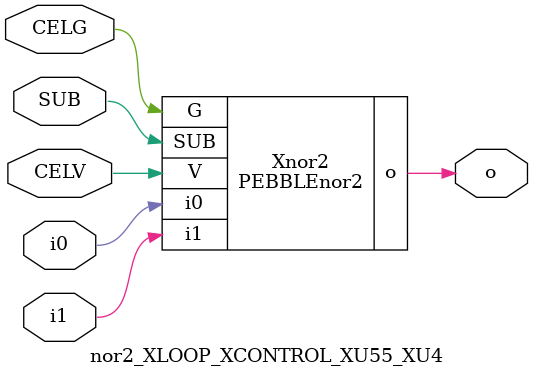
<source format=v>



module PEBBLEnor2 ( o, G, SUB, V, i0, i1 );

  input i0;
  input V;
  input i1;
  input G;
  output o;
  input SUB;
endmodule

//Celera Confidential Do Not Copy nor2_XLOOP_XCONTROL_XU55_XU4
//Celera Confidential Symbol Generator
//nor2
module nor2_XLOOP_XCONTROL_XU55_XU4 (CELV,CELG,i0,i1,o,SUB);
input CELV;
input CELG;
input i0;
input i1;
input SUB;
output o;

//Celera Confidential Do Not Copy nor2
PEBBLEnor2 Xnor2(
.V (CELV),
.i0 (i0),
.i1 (i1),
.o (o),
.SUB (SUB),
.G (CELG)
);
//,diesize,PEBBLEnor2

//Celera Confidential Do Not Copy Module End
//Celera Schematic Generator
endmodule

</source>
